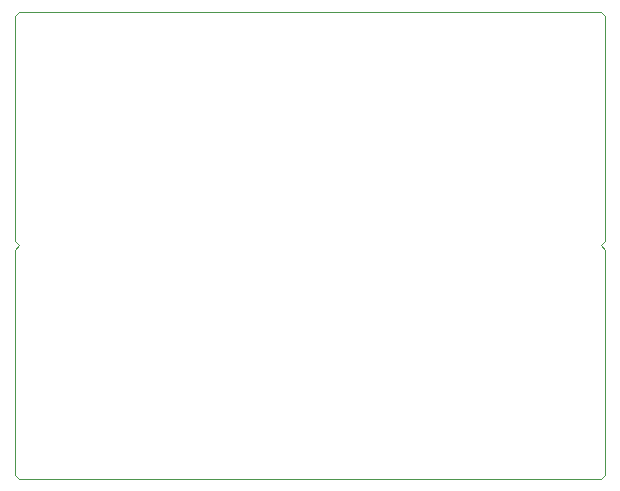
<source format=gbo>
G75*
G70*
%OFA0B0*%
%FSLAX24Y24*%
%IPPOS*%
%LPD*%
%AMOC8*
5,1,8,0,0,1.08239X$1,22.5*
%
%ADD10C,0.0000*%
D10*
X002425Y003185D02*
X002425Y003185D01*
X002268Y003342D01*
X002268Y003343D02*
X002268Y010626D01*
X002268Y010823D01*
X002425Y010980D01*
X002268Y011138D01*
X002268Y018421D01*
X002268Y018618D01*
X002425Y018775D01*
X021795Y018775D01*
X021953Y018618D01*
X021953Y011138D01*
X021795Y010980D01*
X021953Y010823D01*
X021953Y003342D01*
X021795Y003185D01*
X021794Y003185D02*
X002425Y003185D01*
X002425Y010980D02*
X002425Y010980D01*
X021953Y011137D02*
X021953Y011138D01*
X021953Y003342D02*
X021953Y003342D01*
M02*

</source>
